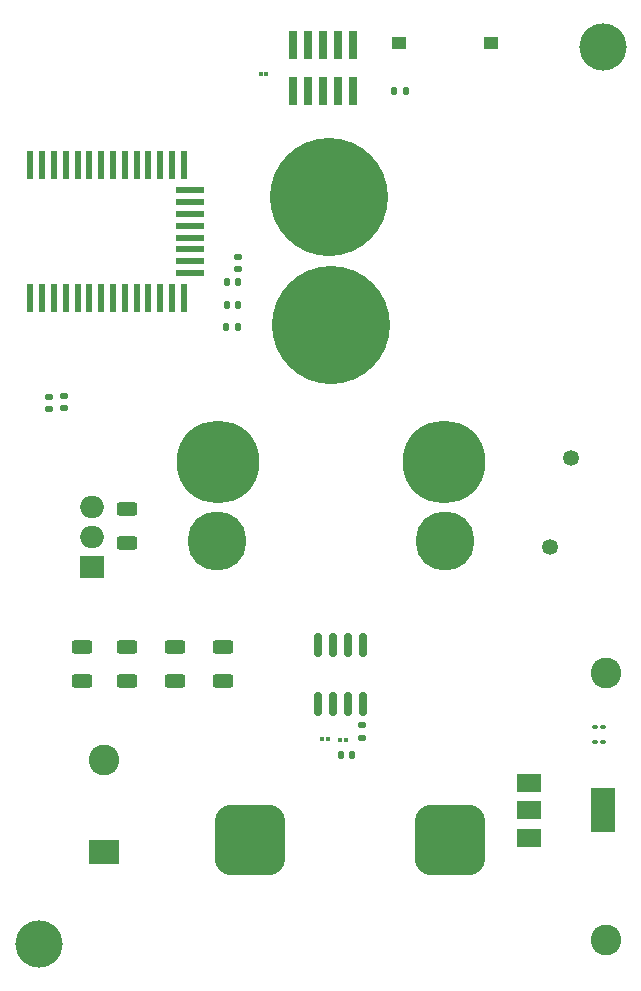
<source format=gbr>
%TF.GenerationSoftware,KiCad,Pcbnew,7.0.10*%
%TF.CreationDate,2024-01-17T02:44:35+05:30*%
%TF.ProjectId,open_src,6f70656e-5f73-4726-932e-6b696361645f,rev?*%
%TF.SameCoordinates,Original*%
%TF.FileFunction,Soldermask,Top*%
%TF.FilePolarity,Negative*%
%FSLAX46Y46*%
G04 Gerber Fmt 4.6, Leading zero omitted, Abs format (unit mm)*
G04 Created by KiCad (PCBNEW 7.0.10) date 2024-01-17 02:44:35*
%MOMM*%
%LPD*%
G01*
G04 APERTURE LIST*
G04 Aperture macros list*
%AMRoundRect*
0 Rectangle with rounded corners*
0 $1 Rounding radius*
0 $2 $3 $4 $5 $6 $7 $8 $9 X,Y pos of 4 corners*
0 Add a 4 corners polygon primitive as box body*
4,1,4,$2,$3,$4,$5,$6,$7,$8,$9,$2,$3,0*
0 Add four circle primitives for the rounded corners*
1,1,$1+$1,$2,$3*
1,1,$1+$1,$4,$5*
1,1,$1+$1,$6,$7*
1,1,$1+$1,$8,$9*
0 Add four rect primitives between the rounded corners*
20,1,$1+$1,$2,$3,$4,$5,0*
20,1,$1+$1,$4,$5,$6,$7,0*
20,1,$1+$1,$6,$7,$8,$9,0*
20,1,$1+$1,$8,$9,$2,$3,0*%
G04 Aperture macros list end*
%ADD10RoundRect,0.135000X-0.185000X0.135000X-0.185000X-0.135000X0.185000X-0.135000X0.185000X0.135000X0*%
%ADD11R,0.600000X2.400000*%
%ADD12R,2.400000X0.600000*%
%ADD13C,7.000000*%
%ADD14C,5.000000*%
%ADD15C,10.000000*%
%ADD16C,1.346200*%
%ADD17R,2.000000X1.500000*%
%ADD18R,2.000000X3.800000*%
%ADD19RoundRect,0.150000X-0.150000X0.825000X-0.150000X-0.825000X0.150000X-0.825000X0.150000X0.825000X0*%
%ADD20R,1.250000X1.000000*%
%ADD21RoundRect,0.135000X-0.135000X-0.185000X0.135000X-0.185000X0.135000X0.185000X-0.135000X0.185000X0*%
%ADD22RoundRect,0.135000X0.135000X0.185000X-0.135000X0.185000X-0.135000X-0.185000X0.135000X-0.185000X0*%
%ADD23RoundRect,0.250000X-0.625000X0.312500X-0.625000X-0.312500X0.625000X-0.312500X0.625000X0.312500X0*%
%ADD24RoundRect,0.250000X0.625000X-0.312500X0.625000X0.312500X-0.625000X0.312500X-0.625000X-0.312500X0*%
%ADD25R,0.740000X2.400000*%
%ADD26RoundRect,0.147500X-0.147500X-0.172500X0.147500X-0.172500X0.147500X0.172500X-0.147500X0.172500X0*%
%ADD27RoundRect,0.075000X-0.125000X-0.075000X0.125000X-0.075000X0.125000X0.075000X-0.125000X0.075000X0*%
%ADD28RoundRect,0.100000X-0.130000X-0.100000X0.130000X-0.100000X0.130000X0.100000X-0.130000X0.100000X0*%
%ADD29RoundRect,0.100000X0.130000X0.100000X-0.130000X0.100000X-0.130000X-0.100000X0.130000X-0.100000X0*%
%ADD30RoundRect,0.075000X0.125000X0.075000X-0.125000X0.075000X-0.125000X-0.075000X0.125000X-0.075000X0*%
%ADD31C,4.000000*%
%ADD32RoundRect,1.500000X1.500000X1.500000X-1.500000X1.500000X-1.500000X-1.500000X1.500000X-1.500000X0*%
%ADD33O,2.000000X1.905000*%
%ADD34R,2.000000X1.905000*%
%ADD35R,2.600000X2.000000*%
%ADD36C,2.600000*%
G04 APERTURE END LIST*
D10*
%TO.C,R14*%
X140160000Y-87640000D03*
X140160000Y-86620000D03*
%TD*%
%TO.C,R13*%
X141500000Y-87600000D03*
X141500000Y-86580000D03*
%TD*%
D11*
%TO.C,U1*%
X138620000Y-78279999D03*
X139620001Y-78279999D03*
X140619999Y-78279999D03*
X141619999Y-78279999D03*
X142620000Y-78279999D03*
X143620000Y-78279999D03*
X144619998Y-78279999D03*
X145619999Y-78279999D03*
X146620000Y-78279999D03*
X147620000Y-78279999D03*
X148620001Y-78279999D03*
X149619999Y-78279999D03*
X150619999Y-78279999D03*
X151620000Y-78279999D03*
D12*
X152119999Y-76130001D03*
X152119999Y-75130000D03*
X152119999Y-74130000D03*
X152119999Y-73129999D03*
X152119999Y-72130001D03*
X152119999Y-71130000D03*
X152119999Y-70130000D03*
X152119999Y-69129999D03*
D11*
X151620000Y-66980001D03*
X150619999Y-66980001D03*
X149620001Y-66980001D03*
X148620001Y-66980001D03*
X147620000Y-66980001D03*
X146620000Y-66980001D03*
X145619999Y-66980001D03*
X144620001Y-66980001D03*
X143620000Y-66980001D03*
X142620000Y-66980001D03*
X141619999Y-66980001D03*
X140619999Y-66980001D03*
X139620001Y-66980001D03*
X138620000Y-66980001D03*
%TD*%
D13*
%TO.C,H2*%
X154490000Y-92110000D03*
%TD*%
D14*
%TO.C,H9*%
X154432000Y-98806000D03*
%TD*%
D15*
%TO.C,H8*%
X164084000Y-80518000D03*
%TD*%
D16*
%TO.C,R1*%
X182626000Y-99314000D03*
X184426000Y-91814000D03*
%TD*%
D14*
%TO.C,H4*%
X173736000Y-98806000D03*
%TD*%
D17*
%TO.C,U4*%
X180800000Y-123930000D03*
X180800000Y-121630000D03*
D18*
X187100000Y-121630000D03*
D17*
X180800000Y-119330000D03*
%TD*%
D19*
%TO.C,U2*%
X166775000Y-112615000D03*
X165505000Y-112615000D03*
X164235000Y-112615000D03*
X162965000Y-112615000D03*
X162965000Y-107665000D03*
X164235000Y-107665000D03*
X165505000Y-107665000D03*
X166775000Y-107665000D03*
%TD*%
D20*
%TO.C,SW1*%
X177611000Y-56642000D03*
X169861000Y-56642000D03*
%TD*%
D21*
%TO.C,R17*%
X156210000Y-80730000D03*
X155190000Y-80730000D03*
%TD*%
D10*
%TO.C,R16*%
X156160000Y-75770000D03*
X156160000Y-74750000D03*
%TD*%
D22*
%TO.C,R15*%
X169414000Y-60706000D03*
X170434000Y-60706000D03*
%TD*%
D23*
%TO.C,R12*%
X154940000Y-107757500D03*
X154940000Y-110682500D03*
%TD*%
D24*
%TO.C,R11*%
X146812000Y-96073500D03*
X146812000Y-98998500D03*
%TD*%
%TO.C,R7*%
X150876000Y-110682500D03*
X150876000Y-107757500D03*
%TD*%
D23*
%TO.C,R6*%
X146812000Y-107757500D03*
X146812000Y-110682500D03*
%TD*%
D24*
%TO.C,R5*%
X143002000Y-110682500D03*
X143002000Y-107757500D03*
%TD*%
D10*
%TO.C,R2*%
X166740000Y-114440000D03*
X166740000Y-115460000D03*
%TD*%
D25*
%TO.C,J1*%
X165960000Y-56840000D03*
X165960000Y-60740000D03*
X164690000Y-56840000D03*
X164690000Y-60740000D03*
X163420000Y-56840000D03*
X163420000Y-60740000D03*
X162150000Y-56840000D03*
X162150000Y-60740000D03*
X160880000Y-56840000D03*
X160880000Y-60740000D03*
%TD*%
D26*
%TO.C,D3*%
X155240000Y-78880000D03*
X156210000Y-78880000D03*
%TD*%
%TO.C,D2*%
X156210000Y-76890000D03*
X155240000Y-76890000D03*
%TD*%
%TO.C,D1*%
X165885000Y-116900000D03*
X164915000Y-116900000D03*
%TD*%
D27*
%TO.C,C5*%
X158110000Y-59310000D03*
X158610000Y-59310000D03*
%TD*%
D28*
%TO.C,C4*%
X186460000Y-115880000D03*
X187100000Y-115880000D03*
%TD*%
D29*
%TO.C,C3*%
X187105000Y-114600000D03*
X186465000Y-114600000D03*
%TD*%
D30*
%TO.C,C2*%
X163826000Y-115570000D03*
X163326000Y-115570000D03*
%TD*%
D27*
%TO.C,C1*%
X165320000Y-115630000D03*
X164820000Y-115630000D03*
%TD*%
D31*
%TO.C,REF\u002A\u002A*%
X139342183Y-132922183D03*
%TD*%
%TO.C,REF\u002A\u002A*%
X187070000Y-56960000D03*
%TD*%
D13*
%TO.C,H3*%
X173610000Y-92160000D03*
%TD*%
D15*
%TO.C,H1*%
X163870000Y-69720000D03*
%TD*%
D32*
%TO.C,F1*%
X157180000Y-124120000D03*
X174180000Y-124120000D03*
%TD*%
D33*
%TO.C,Q1*%
X143805000Y-95980000D03*
X143805000Y-98520000D03*
D34*
X143805000Y-101060000D03*
%TD*%
D35*
%TO.C,PS1*%
X144850000Y-125180000D03*
D36*
X144850000Y-117380000D03*
X187350000Y-132580000D03*
X187350000Y-109980000D03*
%TD*%
M02*

</source>
